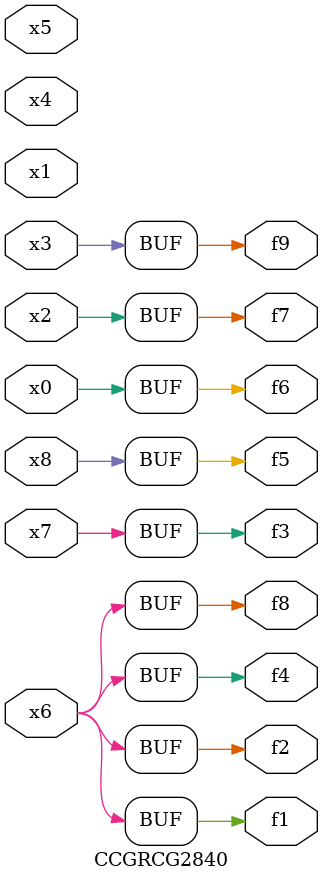
<source format=v>
module CCGRCG2840(
	input x0, x1, x2, x3, x4, x5, x6, x7, x8,
	output f1, f2, f3, f4, f5, f6, f7, f8, f9
);
	assign f1 = x6;
	assign f2 = x6;
	assign f3 = x7;
	assign f4 = x6;
	assign f5 = x8;
	assign f6 = x0;
	assign f7 = x2;
	assign f8 = x6;
	assign f9 = x3;
endmodule

</source>
